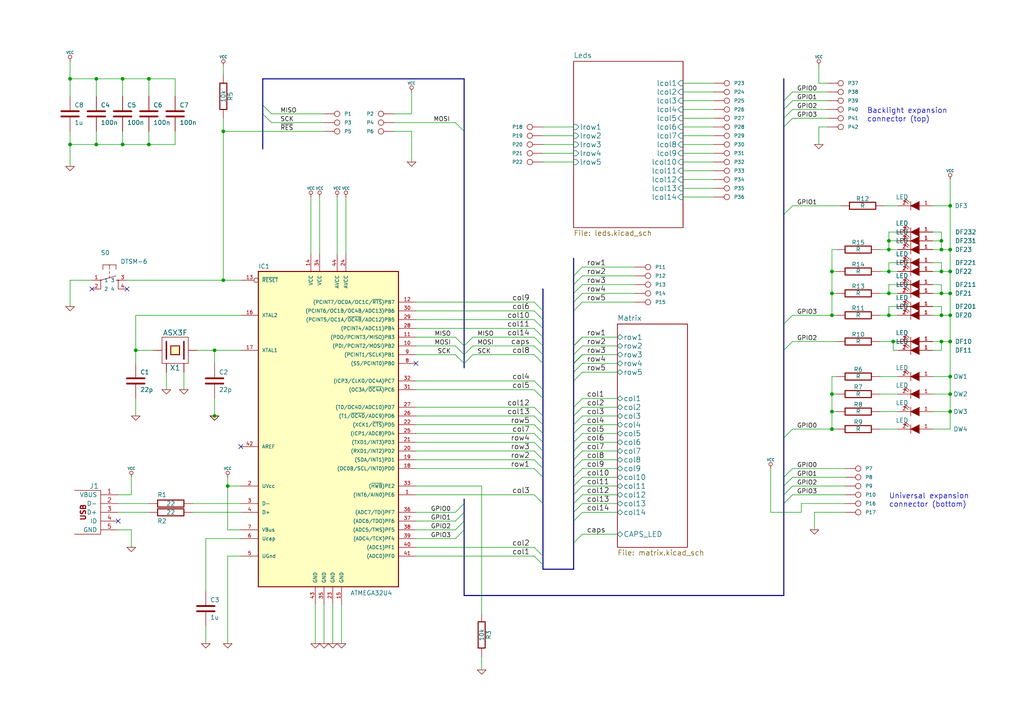
<source format=kicad_sch>
(kicad_sch (version 20211123) (generator eeschema)
  (paper "A4")
  (title_block (title "ukbdc - schematic") (date "17 jul 2013") (company "komar"))
  (junction (at 273.05 69.85))
  (junction (at 275.59 91.44))
  (junction (at 43.18 22.86))
  (junction (at 273.05 72.39))
  (junction (at 241.3 114.3))
  (junction (at 20.32 22.86))
  (junction (at 66.04 140.97))
  (junction (at 64.77 38.1))
  (junction (at 62.23 101.6))
  (junction (at 241.3 85.09))
  (junction (at 35.56 22.86))
  (junction (at 257.81 78.74))
  (junction (at 275.59 119.38))
  (junction (at 27.94 41.91))
  (junction (at 273.05 99.06))
  (junction (at 43.18 41.91))
  (junction (at 275.59 78.74))
  (junction (at 275.59 99.06))
  (junction (at 35.56 41.91))
  (junction (at 241.3 124.46))
  (junction (at 275.59 72.39))
  (junction (at 257.81 85.09))
  (junction (at 273.05 91.44))
  (junction (at 257.81 69.85))
  (junction (at 241.3 91.44))
  (junction (at 273.05 85.09))
  (junction (at 259.08 99.06))
  (junction (at 64.77 81.28))
  (junction (at 273.05 78.74))
  (junction (at 257.81 72.39))
  (junction (at 275.59 114.3))
  (junction (at 27.94 22.86))
  (junction (at 39.37 101.6))
  (junction (at 275.59 85.09))
  (junction (at 241.3 119.38))
  (junction (at 20.32 41.91))
  (junction (at 257.81 91.44))
  (junction (at 241.3 78.74))
  (junction (at 275.59 109.22))
  (junction (at 275.59 59.69))
  (junction (at 62.23 120.65))
  (no_connect (at 34.29 151.13))
  (no_connect (at 36.83 83.82))
  (no_connect (at 120.65 105.41))
  (no_connect (at 26.67 83.82))
  (no_connect (at 69.85 129.54))
  (bus_entry (at 166.37 87.63) (size 2.54 -2.54))
  (bus_entry (at 132.08 153.67) (size 2.54 -2.54))
  (bus_entry (at 166.37 82.55) (size 2.54 -2.54))
  (bus_entry (at 154.94 113.03) (size 2.54 2.54))
  (bus_entry (at 166.37 85.09) (size 2.54 -2.54))
  (bus_entry (at 154.94 128.27) (size 2.54 2.54))
  (bus_entry (at 154.94 92.71) (size 2.54 2.54))
  (bus_entry (at 166.37 143.51) (size 2.54 -2.54))
  (bus_entry (at 166.37 130.81) (size 2.54 -2.54))
  (bus_entry (at 227.33 101.6) (size 2.54 -2.54))
  (bus_entry (at 227.33 138.43) (size 2.54 -2.54))
  (bus_entry (at 132.08 156.21) (size 2.54 -2.54))
  (bus_entry (at 166.37 148.59) (size 2.54 -2.54))
  (bus_entry (at 154.94 125.73) (size 2.54 2.54))
  (bus_entry (at 132.08 97.79) (size 2.54 2.54))
  (bus_entry (at 227.33 29.21) (size 2.54 -2.54))
  (bus_entry (at 132.08 151.13) (size 2.54 -2.54))
  (bus_entry (at 166.37 146.05) (size 2.54 -2.54))
  (bus_entry (at 227.33 140.97) (size 2.54 -2.54))
  (bus_entry (at 227.33 34.29) (size 2.54 -2.54))
  (bus_entry (at 132.08 102.87) (size 2.54 2.54))
  (bus_entry (at 166.37 105.41) (size 2.54 -2.54))
  (bus_entry (at 227.33 127) (size 2.54 -2.54))
  (bus_entry (at 154.94 97.79) (size 2.54 2.54))
  (bus_entry (at 134.62 100.33) (size 2.54 -2.54))
  (bus_entry (at 166.37 157.48) (size 2.54 -2.54))
  (bus_entry (at 166.37 105.41) (size 2.54 -2.54))
  (bus_entry (at 166.37 140.97) (size 2.54 -2.54))
  (bus_entry (at 76.2 33.02) (size 2.54 2.54))
  (bus_entry (at 154.94 100.33) (size 2.54 2.54))
  (bus_entry (at 227.33 143.51) (size 2.54 -2.54))
  (bus_entry (at 154.94 87.63) (size 2.54 2.54))
  (bus_entry (at 227.33 146.05) (size 2.54 -2.54))
  (bus_entry (at 154.94 102.87) (size 2.54 2.54))
  (bus_entry (at 166.37 100.33) (size 2.54 -2.54))
  (bus_entry (at 166.37 120.65) (size 2.54 -2.54))
  (bus_entry (at 154.94 161.29) (size 2.54 2.54))
  (bus_entry (at 227.33 93.98) (size 2.54 -2.54))
  (bus_entry (at 166.37 90.17) (size 2.54 -2.54))
  (bus_entry (at 166.37 105.41) (size 2.54 -2.54))
  (bus_entry (at 154.94 133.35) (size 2.54 2.54))
  (bus_entry (at 166.37 125.73) (size 2.54 -2.54))
  (bus_entry (at 227.33 31.75) (size 2.54 -2.54))
  (bus_entry (at 166.37 151.13) (size 2.54 -2.54))
  (bus_entry (at 166.37 123.19) (size 2.54 -2.54))
  (bus_entry (at 166.37 138.43) (size 2.54 -2.54))
  (bus_entry (at 134.62 105.41) (size 2.54 -2.54))
  (bus_entry (at 132.08 35.56) (size 2.54 2.54))
  (bus_entry (at 132.08 100.33) (size 2.54 2.54))
  (bus_entry (at 166.37 135.89) (size 2.54 -2.54))
  (bus_entry (at 154.94 130.81) (size 2.54 2.54))
  (bus_entry (at 154.94 95.25) (size 2.54 2.54))
  (bus_entry (at 154.94 110.49) (size 2.54 2.54))
  (bus_entry (at 166.37 128.27) (size 2.54 -2.54))
  (bus_entry (at 154.94 135.89) (size 2.54 2.54))
  (bus_entry (at 154.94 120.65) (size 2.54 2.54))
  (bus_entry (at 227.33 36.83) (size 2.54 -2.54))
  (bus_entry (at 132.08 148.59) (size 2.54 -2.54))
  (bus_entry (at 166.37 100.33) (size 2.54 -2.54))
  (bus_entry (at 134.62 102.87) (size 2.54 -2.54))
  (bus_entry (at 154.94 90.17) (size 2.54 2.54))
  (bus_entry (at 154.94 143.51) (size 2.54 2.54))
  (bus_entry (at 166.37 118.11) (size 2.54 -2.54))
  (bus_entry (at 154.94 123.19) (size 2.54 2.54))
  (bus_entry (at 76.2 30.48) (size 2.54 2.54))
  (bus_entry (at 166.37 107.95) (size 2.54 -2.54))
  (bus_entry (at 166.37 110.49) (size 2.54 -2.54))
  (bus_entry (at 154.94 158.75) (size 2.54 2.54))
  (bus_entry (at 166.37 133.35) (size 2.54 -2.54))
  (bus_entry (at 166.37 80.01) (size 2.54 -2.54))
  (bus_entry (at 227.33 62.23) (size 2.54 -2.54))
  (bus_entry (at 166.37 102.87) (size 2.54 -2.54))
  (bus_entry (at 154.94 118.11) (size 2.54 2.54))
  (wire (pts (xy 38.1 143.51) (xy 34.29 143.51)))
  (bus (pts (xy 166.37 102.87) (xy 166.37 105.41)))
  (wire (pts (xy 168.91 120.65) (xy 179.07 120.65)))
  (bus (pts (xy 166.37 135.89) (xy 166.37 138.43)))
  (wire (pts (xy 241.3 114.3) (xy 241.3 119.38)))
  (wire (pts (xy 78.74 35.56) (xy 93.98 35.56)))
  (wire (pts (xy 241.3 72.39) (xy 241.3 78.74)))
  (wire (pts (xy 236.22 148.59) (xy 236.22 153.67)))
  (wire (pts (xy 154.94 102.87) (xy 137.16 102.87)))
  (wire (pts (xy 207.01 57.15) (xy 198.12 57.15)))
  (bus (pts (xy 227.33 143.51) (xy 227.33 146.05)))
  (wire (pts (xy 20.32 22.86) (xy 20.32 27.94)))
  (wire (pts (xy 55.88 146.05) (xy 69.85 146.05)))
  (wire (pts (xy 223.52 135.89) (xy 223.52 148.59)))
  (wire (pts (xy 20.32 41.91) (xy 27.94 41.91)))
  (wire (pts (xy 168.91 154.94) (xy 179.07 154.94)))
  (wire (pts (xy 120.65 143.51) (xy 154.94 143.51)))
  (wire (pts (xy 120.65 158.75) (xy 154.94 158.75)))
  (wire (pts (xy 256.54 59.69) (xy 260.35 59.69)))
  (wire (pts (xy 27.94 41.91) (xy 35.56 41.91)))
  (wire (pts (xy 229.87 124.46) (xy 241.3 124.46)))
  (wire (pts (xy 179.07 105.41) (xy 168.91 105.41)))
  (wire (pts (xy 257.81 78.74) (xy 260.35 78.74)))
  (wire (pts (xy 179.07 143.51) (xy 168.91 143.51)))
  (wire (pts (xy 257.81 82.55) (xy 260.35 82.55)))
  (wire (pts (xy 99.06 175.26) (xy 99.06 186.69)))
  (wire (pts (xy 154.94 90.17) (xy 120.65 90.17)))
  (wire (pts (xy 275.59 52.07) (xy 275.59 59.69)))
  (wire (pts (xy 66.04 161.29) (xy 66.04 186.69)))
  (wire (pts (xy 43.18 41.91) (xy 50.8 41.91)))
  (wire (pts (xy 69.85 91.44) (xy 39.37 91.44)))
  (bus (pts (xy 227.33 138.43) (xy 227.33 140.97)))
  (wire (pts (xy 273.05 76.2) (xy 273.05 78.74)))
  (wire (pts (xy 36.83 81.28) (xy 64.77 81.28)))
  (wire (pts (xy 257.81 69.85) (xy 260.35 69.85)))
  (wire (pts (xy 275.59 109.22) (xy 270.51 109.22)))
  (wire (pts (xy 120.65 140.97) (xy 139.7 140.97)))
  (bus (pts (xy 134.62 22.86) (xy 134.62 38.1)))
  (bus (pts (xy 157.48 163.83) (xy 157.48 161.29)))
  (wire (pts (xy 157.48 46.99) (xy 166.37 46.99)))
  (wire (pts (xy 137.16 97.79) (xy 154.94 97.79)))
  (bus (pts (xy 166.37 82.55) (xy 166.37 85.09)))
  (wire (pts (xy 168.91 138.43) (xy 179.07 138.43)))
  (wire (pts (xy 240.03 31.75) (xy 229.87 31.75)))
  (wire (pts (xy 241.3 85.09) (xy 242.57 85.09)))
  (wire (pts (xy 237.49 19.05) (xy 237.49 24.13)))
  (wire (pts (xy 66.04 138.43) (xy 66.04 140.97)))
  (wire (pts (xy 55.88 148.59) (xy 69.85 148.59)))
  (wire (pts (xy 275.59 124.46) (xy 270.51 124.46)))
  (wire (pts (xy 168.91 85.09) (xy 184.15 85.09)))
  (wire (pts (xy 260.35 101.6) (xy 259.08 101.6)))
  (wire (pts (xy 270.51 88.9) (xy 273.05 88.9)))
  (wire (pts (xy 119.38 33.02) (xy 119.38 26.67)))
  (wire (pts (xy 120.65 148.59) (xy 132.08 148.59)))
  (wire (pts (xy 232.41 148.59) (xy 232.41 146.05)))
  (wire (pts (xy 120.65 123.19) (xy 154.94 123.19)))
  (bus (pts (xy 157.48 113.03) (xy 157.48 105.41)))
  (bus (pts (xy 157.48 92.71) (xy 157.48 90.17)))
  (wire (pts (xy 20.32 38.1) (xy 20.32 41.91)))
  (wire (pts (xy 66.04 153.67) (xy 69.85 153.67)))
  (wire (pts (xy 62.23 115.57) (xy 62.23 120.65)))
  (wire (pts (xy 241.3 109.22) (xy 242.57 109.22)))
  (wire (pts (xy 57.15 101.6) (xy 62.23 101.6)))
  (bus (pts (xy 157.48 120.65) (xy 157.48 115.57)))
  (wire (pts (xy 184.15 80.01) (xy 168.91 80.01)))
  (bus (pts (xy 134.62 146.05) (xy 134.62 148.59)))
  (wire (pts (xy 241.3 78.74) (xy 241.3 85.09)))
  (wire (pts (xy 241.3 119.38) (xy 242.57 119.38)))
  (bus (pts (xy 166.37 165.1) (xy 157.48 165.1)))
  (bus (pts (xy 157.48 130.81) (xy 157.48 128.27)))
  (wire (pts (xy 120.65 110.49) (xy 154.94 110.49)))
  (wire (pts (xy 39.37 115.57) (xy 39.37 120.65)))
  (wire (pts (xy 20.32 22.86) (xy 27.94 22.86)))
  (wire (pts (xy 78.74 33.02) (xy 93.98 33.02)))
  (bus (pts (xy 157.48 123.19) (xy 157.48 120.65)))
  (wire (pts (xy 64.77 19.05) (xy 64.77 21.59)))
  (bus (pts (xy 157.48 100.33) (xy 157.48 97.79)))
  (wire (pts (xy 270.51 76.2) (xy 273.05 76.2)))
  (wire (pts (xy 198.12 39.37) (xy 207.01 39.37)))
  (wire (pts (xy 275.59 109.22) (xy 275.59 114.3)))
  (wire (pts (xy 270.51 59.69) (xy 275.59 59.69)))
  (bus (pts (xy 166.37 157.48) (xy 166.37 165.1)))
  (wire (pts (xy 35.56 22.86) (xy 43.18 22.86)))
  (wire (pts (xy 229.87 59.69) (xy 243.84 59.69)))
  (wire (pts (xy 43.18 41.91) (xy 43.18 38.1)))
  (bus (pts (xy 134.62 153.67) (xy 134.62 172.72)))
  (bus (pts (xy 157.48 125.73) (xy 157.48 123.19)))
  (bus (pts (xy 227.33 140.97) (xy 227.33 143.51)))
  (wire (pts (xy 241.3 109.22) (xy 241.3 114.3)))
  (bus (pts (xy 227.33 127) (xy 227.33 138.43)))
  (wire (pts (xy 168.91 97.79) (xy 179.07 97.79)))
  (wire (pts (xy 69.85 161.29) (xy 66.04 161.29)))
  (bus (pts (xy 166.37 123.19) (xy 166.37 125.73)))
  (wire (pts (xy 241.3 124.46) (xy 242.57 124.46)))
  (bus (pts (xy 166.37 125.73) (xy 166.37 128.27)))
  (bus (pts (xy 134.62 38.1) (xy 134.62 100.33)))
  (bus (pts (xy 166.37 120.65) (xy 166.37 123.19)))
  (wire (pts (xy 273.05 78.74) (xy 270.51 78.74)))
  (wire (pts (xy 91.44 175.26) (xy 91.44 186.69)))
  (bus (pts (xy 157.48 133.35) (xy 157.48 130.81)))
  (wire (pts (xy 245.11 138.43) (xy 229.87 138.43)))
  (wire (pts (xy 275.59 85.09) (xy 273.05 85.09)))
  (wire (pts (xy 275.59 114.3) (xy 275.59 119.38)))
  (wire (pts (xy 38.1 138.43) (xy 38.1 143.51)))
  (wire (pts (xy 207.01 46.99) (xy 198.12 46.99)))
  (bus (pts (xy 76.2 22.86) (xy 134.62 22.86)))
  (wire (pts (xy 38.1 153.67) (xy 38.1 158.75)))
  (wire (pts (xy 168.91 146.05) (xy 179.07 146.05)))
  (wire (pts (xy 90.17 57.15) (xy 90.17 73.66)))
  (wire (pts (xy 139.7 140.97) (xy 139.7 177.8)))
  (wire (pts (xy 43.18 22.86) (xy 50.8 22.86)))
  (wire (pts (xy 120.65 97.79) (xy 132.08 97.79)))
  (wire (pts (xy 120.65 102.87) (xy 132.08 102.87)))
  (wire (pts (xy 100.33 73.66) (xy 100.33 57.15)))
  (wire (pts (xy 275.59 85.09) (xy 275.59 91.44)))
  (wire (pts (xy 241.3 85.09) (xy 241.3 91.44)))
  (wire (pts (xy 229.87 99.06) (xy 242.57 99.06)))
  (bus (pts (xy 166.37 148.59) (xy 166.37 151.13)))
  (wire (pts (xy 270.51 69.85) (xy 273.05 69.85)))
  (bus (pts (xy 166.37 118.11) (xy 166.37 120.65)))
  (wire (pts (xy 255.27 78.74) (xy 257.81 78.74)))
  (wire (pts (xy 198.12 34.29) (xy 207.01 34.29)))
  (wire (pts (xy 257.81 85.09) (xy 257.81 82.55)))
  (wire (pts (xy 20.32 41.91) (xy 20.32 48.26)))
  (wire (pts (xy 34.29 146.05) (xy 43.18 146.05)))
  (wire (pts (xy 257.81 78.74) (xy 257.81 76.2)))
  (wire (pts (xy 120.65 92.71) (xy 154.94 92.71)))
  (wire (pts (xy 257.81 72.39) (xy 260.35 72.39)))
  (wire (pts (xy 229.87 34.29) (xy 240.03 34.29)))
  (wire (pts (xy 39.37 101.6) (xy 39.37 105.41)))
  (bus (pts (xy 227.33 101.6) (xy 227.33 127)))
  (wire (pts (xy 179.07 123.19) (xy 168.91 123.19)))
  (wire (pts (xy 66.04 140.97) (xy 66.04 153.67)))
  (wire (pts (xy 120.65 161.29) (xy 154.94 161.29)))
  (wire (pts (xy 157.48 41.91) (xy 166.37 41.91)))
  (wire (pts (xy 275.59 78.74) (xy 273.05 78.74)))
  (wire (pts (xy 139.7 194.31) (xy 139.7 190.5)))
  (wire (pts (xy 273.05 99.06) (xy 270.51 99.06)))
  (wire (pts (xy 257.81 69.85) (xy 257.81 72.39)))
  (wire (pts (xy 275.59 119.38) (xy 270.51 119.38)))
  (bus (pts (xy 166.37 110.49) (xy 166.37 118.11)))
  (wire (pts (xy 119.38 46.99) (xy 119.38 38.1)))
  (wire (pts (xy 257.81 91.44) (xy 260.35 91.44)))
  (wire (pts (xy 255.27 85.09) (xy 257.81 85.09)))
  (wire (pts (xy 237.49 36.83) (xy 240.03 36.83)))
  (wire (pts (xy 241.3 91.44) (xy 242.57 91.44)))
  (bus (pts (xy 227.33 172.72) (xy 134.62 172.72)))
  (wire (pts (xy 207.01 26.67) (xy 198.12 26.67)))
  (wire (pts (xy 132.08 35.56) (xy 114.3 35.56)))
  (wire (pts (xy 50.8 22.86) (xy 50.8 27.94)))
  (wire (pts (xy 275.59 72.39) (xy 273.05 72.39)))
  (wire (pts (xy 273.05 72.39) (xy 270.51 72.39)))
  (wire (pts (xy 255.27 99.06) (xy 259.08 99.06)))
  (wire (pts (xy 273.05 82.55) (xy 273.05 85.09)))
  (wire (pts (xy 275.59 99.06) (xy 275.59 109.22)))
  (wire (pts (xy 114.3 33.02) (xy 119.38 33.02)))
  (bus (pts (xy 166.37 133.35) (xy 166.37 135.89)))
  (bus (pts (xy 157.48 135.89) (xy 157.48 133.35)))
  (wire (pts (xy 241.3 119.38) (xy 241.3 124.46)))
  (wire (pts (xy 20.32 81.28) (xy 26.67 81.28)))
  (wire (pts (xy 270.51 101.6) (xy 273.05 101.6)))
  (bus (pts (xy 76.2 33.02) (xy 76.2 43.18)))
  (wire (pts (xy 168.91 102.87) (xy 179.07 102.87)))
  (wire (pts (xy 255.27 91.44) (xy 257.81 91.44)))
  (bus (pts (xy 134.62 105.41) (xy 134.62 106.68)))
  (wire (pts (xy 229.87 140.97) (xy 245.11 140.97)))
  (wire (pts (xy 154.94 95.25) (xy 120.65 95.25)))
  (bus (pts (xy 166.37 87.63) (xy 166.37 90.17)))
  (wire (pts (xy 62.23 105.41) (xy 62.23 101.6)))
  (wire (pts (xy 59.69 156.21) (xy 59.69 171.45)))
  (bus (pts (xy 134.62 144.78) (xy 134.62 146.05)))
  (wire (pts (xy 237.49 36.83) (xy 237.49 41.91)))
  (wire (pts (xy 34.29 148.59) (xy 43.18 148.59)))
  (bus (pts (xy 76.2 30.48) (xy 76.2 33.02)))
  (wire (pts (xy 120.65 100.33) (xy 132.08 100.33)))
  (wire (pts (xy 132.08 153.67) (xy 120.65 153.67)))
  (bus (pts (xy 134.62 100.33) (xy 134.62 102.87)))
  (wire (pts (xy 120.65 87.63) (xy 154.94 87.63)))
  (bus (pts (xy 166.37 100.33) (xy 166.37 102.87)))
  (wire (pts (xy 120.65 128.27) (xy 154.94 128.27)))
  (wire (pts (xy 179.07 100.33) (xy 168.91 100.33)))
  (wire (pts (xy 44.45 101.6) (xy 39.37 101.6)))
  (wire (pts (xy 69.85 156.21) (xy 59.69 156.21)))
  (wire (pts (xy 27.94 38.1) (xy 27.94 41.91)))
  (wire (pts (xy 59.69 181.61) (xy 59.69 186.69)))
  (wire (pts (xy 275.59 119.38) (xy 275.59 124.46)))
  (bus (pts (xy 166.37 105.41) (xy 166.37 107.95)))
  (wire (pts (xy 273.05 91.44) (xy 270.51 91.44)))
  (wire (pts (xy 257.81 67.31) (xy 257.81 69.85)))
  (wire (pts (xy 53.34 107.95) (xy 53.34 113.03)))
  (bus (pts (xy 227.33 31.75) (xy 227.33 34.29)))
  (wire (pts (xy 34.29 153.67) (xy 38.1 153.67)))
  (wire (pts (xy 120.65 133.35) (xy 154.94 133.35)))
  (wire (pts (xy 229.87 29.21) (xy 240.03 29.21)))
  (wire (pts (xy 64.77 81.28) (xy 69.85 81.28)))
  (wire (pts (xy 255.27 72.39) (xy 257.81 72.39)))
  (wire (pts (xy 168.91 77.47) (xy 184.15 77.47)))
  (wire (pts (xy 179.07 140.97) (xy 168.91 140.97)))
  (wire (pts (xy 273.05 88.9) (xy 273.05 91.44)))
  (wire (pts (xy 259.08 101.6) (xy 259.08 99.06)))
  (wire (pts (xy 245.11 143.51) (xy 229.87 143.51)))
  (bus (pts (xy 166.37 107.95) (xy 166.37 110.49)))
  (wire (pts (xy 64.77 34.29) (xy 64.77 38.1)))
  (bus (pts (xy 166.37 143.51) (xy 166.37 146.05)))
  (wire (pts (xy 229.87 91.44) (xy 241.3 91.44)))
  (wire (pts (xy 168.91 135.89) (xy 179.07 135.89)))
  (wire (pts (xy 179.07 118.11) (xy 168.91 118.11)))
  (wire (pts (xy 20.32 88.9) (xy 20.32 81.28)))
  (bus (pts (xy 157.48 115.57) (xy 157.48 113.03)))
  (wire (pts (xy 43.18 22.86) (xy 43.18 27.94)))
  (wire (pts (xy 259.08 99.06) (xy 260.35 99.06)))
  (wire (pts (xy 198.12 54.61) (xy 207.01 54.61)))
  (wire (pts (xy 207.01 41.91) (xy 198.12 41.91)))
  (wire (pts (xy 69.85 140.97) (xy 66.04 140.97)))
  (wire (pts (xy 245.11 148.59) (xy 236.22 148.59)))
  (wire (pts (xy 39.37 91.44) (xy 39.37 101.6)))
  (wire (pts (xy 198.12 29.21) (xy 207.01 29.21)))
  (wire (pts (xy 240.03 26.67) (xy 229.87 26.67)))
  (wire (pts (xy 275.59 72.39) (xy 275.59 78.74)))
  (bus (pts (xy 166.37 130.81) (xy 166.37 133.35)))
  (wire (pts (xy 119.38 38.1) (xy 114.3 38.1)))
  (wire (pts (xy 273.05 101.6) (xy 273.05 99.06)))
  (wire (pts (xy 273.05 69.85) (xy 273.05 72.39)))
  (wire (pts (xy 257.81 91.44) (xy 257.81 88.9)))
  (wire (pts (xy 229.87 135.89) (xy 245.11 135.89)))
  (wire (pts (xy 207.01 36.83) (xy 198.12 36.83)))
  (wire (pts (xy 154.94 100.33) (xy 137.16 100.33)))
  (bus (pts (xy 227.33 34.29) (xy 227.33 36.83)))
  (wire (pts (xy 241.3 72.39) (xy 242.57 72.39)))
  (wire (pts (xy 275.59 59.69) (xy 275.59 72.39)))
  (wire (pts (xy 154.94 130.81) (xy 120.65 130.81)))
  (wire (pts (xy 275.59 78.74) (xy 275.59 85.09)))
  (wire (pts (xy 257.81 85.09) (xy 260.35 85.09)))
  (wire (pts (xy 48.26 107.95) (xy 48.26 113.03)))
  (bus (pts (xy 157.48 128.27) (xy 157.48 125.73)))
  (wire (pts (xy 241.3 114.3) (xy 242.57 114.3)))
  (wire (pts (xy 166.37 39.37) (xy 157.48 39.37)))
  (wire (pts (xy 270.51 82.55) (xy 273.05 82.55)))
  (wire (pts (xy 237.49 24.13) (xy 240.03 24.13)))
  (bus (pts (xy 166.37 128.27) (xy 166.37 130.81)))
  (wire (pts (xy 275.59 114.3) (xy 270.51 114.3)))
  (bus (pts (xy 166.37 74.93) (xy 166.37 80.01)))
  (wire (pts (xy 207.01 31.75) (xy 198.12 31.75)))
  (wire (pts (xy 198.12 24.13) (xy 207.01 24.13)))
  (bus (pts (xy 166.37 85.09) (xy 166.37 87.63)))
  (wire (pts (xy 154.94 125.73) (xy 120.65 125.73)))
  (wire (pts (xy 255.27 124.46) (xy 260.35 124.46)))
  (bus (pts (xy 157.48 165.1) (xy 157.48 163.83)))
  (bus (pts (xy 166.37 90.17) (xy 166.37 100.33)))
  (wire (pts (xy 232.41 146.05) (xy 245.11 146.05)))
  (bus (pts (xy 166.37 146.05) (xy 166.37 148.59)))
  (wire (pts (xy 168.91 107.95) (xy 179.07 107.95)))
  (wire (pts (xy 168.91 148.59) (xy 179.07 148.59)))
  (bus (pts (xy 76.2 22.86) (xy 76.2 30.48)))
  (wire (pts (xy 120.65 118.11) (xy 154.94 118.11)))
  (wire (pts (xy 198.12 49.53) (xy 207.01 49.53)))
  (bus (pts (xy 166.37 138.43) (xy 166.37 140.97)))
  (wire (pts (xy 166.37 44.45) (xy 157.48 44.45)))
  (wire (pts (xy 257.81 88.9) (xy 260.35 88.9)))
  (wire (pts (xy 168.91 130.81) (xy 179.07 130.81)))
  (wire (pts (xy 255.27 119.38) (xy 260.35 119.38)))
  (wire (pts (xy 93.98 175.26) (xy 93.98 186.69)))
  (bus (pts (xy 227.33 146.05) (xy 227.33 172.72)))
  (wire (pts (xy 179.07 128.27) (xy 168.91 128.27)))
  (wire (pts (xy 168.91 82.55) (xy 184.15 82.55)))
  (bus (pts (xy 134.62 151.13) (xy 134.62 153.67)))
  (wire (pts (xy 255.27 109.22) (xy 260.35 109.22)))
  (bus (pts (xy 166.37 151.13) (xy 166.37 157.48)))
  (wire (pts (xy 27.94 22.86) (xy 35.56 22.86)))
  (wire (pts (xy 35.56 22.86) (xy 35.56 27.94)))
  (wire (pts (xy 255.27 114.3) (xy 260.35 114.3)))
  (wire (pts (xy 62.23 101.6) (xy 69.85 101.6)))
  (wire (pts (xy 168.91 125.73) (xy 179.07 125.73)))
  (bus (pts (xy 157.48 95.25) (xy 157.48 92.71)))
  (bus (pts (xy 157.48 102.87) (xy 157.48 100.33)))
  (wire (pts (xy 154.94 120.65) (xy 120.65 120.65)))
  (bus (pts (xy 227.33 62.23) (xy 227.33 93.98)))
  (bus (pts (xy 157.48 138.43) (xy 157.48 135.89)))
  (bus (pts (xy 166.37 80.01) (xy 166.37 82.55)))
  (wire (pts (xy 132.08 156.21) (xy 120.65 156.21)))
  (wire (pts (xy 275.59 91.44) (xy 275.59 99.06)))
  (wire (pts (xy 273.05 67.31) (xy 273.05 69.85)))
  (wire (pts (xy 257.81 67.31) (xy 260.35 67.31)))
  (wire (pts (xy 97.79 57.15) (xy 97.79 73.66)))
  (wire (pts (xy 92.71 73.66) (xy 92.71 57.15)))
  (wire (pts (xy 35.56 41.91) (xy 35.56 38.1)))
  (bus (pts (xy 227.33 93.98) (xy 227.33 101.6)))
  (wire (pts (xy 64.77 38.1) (xy 64.77 81.28)))
  (wire (pts (xy 179.07 133.35) (xy 168.91 133.35)))
  (bus (pts (xy 157.48 161.29) (xy 157.48 146.05)))
  (bus (pts (xy 157.48 97.79) (xy 157.48 95.25)))
  (bus (pts (xy 157.48 105.41) (xy 157.48 102.87)))
  (wire (pts (xy 120.65 113.03) (xy 154.94 113.03)))
  (wire (pts (xy 35.56 41.91) (xy 43.18 41.91)))
  (wire (pts (xy 223.52 148.59) (xy 232.41 148.59)))
  (wire (pts (xy 154.94 135.89) (xy 120.65 135.89)))
  (wire (pts (xy 184.15 87.63) (xy 168.91 87.63)))
  (bus (pts (xy 227.33 22.86) (xy 227.33 29.21)))
  (wire (pts (xy 157.48 36.83) (xy 166.37 36.83)))
  (bus (pts (xy 227.33 29.21) (xy 227.33 31.75)))
  (wire (pts (xy 275.59 91.44) (xy 273.05 91.44)))
  (wire (pts (xy 96.52 175.26) (xy 96.52 186.69)))
  (wire (pts (xy 168.91 115.57) (xy 179.07 115.57)))
  (wire (pts (xy 270.51 67.31) (xy 273.05 67.31)))
  (bus (pts (xy 134.62 102.87) (xy 134.62 105.41)))
  (wire (pts (xy 207.01 52.07) (xy 198.12 52.07)))
  (wire (pts (xy 20.32 17.78) (xy 20.32 22.86)))
  (bus (pts (xy 227.33 36.83) (xy 227.33 62.23)))
  (bus (pts (xy 157.48 146.05) (xy 157.48 138.43)))
  (wire (pts (xy 50.8 41.91) (xy 50.8 38.1)))
  (wire (pts (xy 241.3 78.74) (xy 242.57 78.74)))
  (wire (pts (xy 132.08 151.13) (xy 120.65 151.13)))
  (bus (pts (xy 166.37 140.97) (xy 166.37 143.51)))
  (bus (pts (xy 157.48 90.17) (xy 157.48 83.82)))
  (wire (pts (xy 275.59 99.06) (xy 273.05 99.06)))
  (wire (pts (xy 198.12 44.45) (xy 207.01 44.45)))
  (bus (pts (xy 134.62 148.59) (xy 134.62 151.13)))
  (wire (pts (xy 27.94 22.86) (xy 27.94 27.94)))
  (wire (pts (xy 93.98 38.1) (xy 64.77 38.1)))
  (wire (pts (xy 257.81 76.2) (xy 260.35 76.2)))
  (wire (pts (xy 273.05 85.09) (xy 270.51 85.09)))
  (text "Universal expansion\nconnector (bottom)" (at 257.81 147.32 0) (effects (font (size 1.524 1.524)) (justify left bottom)))
  (text "Backlight expansion\nconnector (top)" (at 251.46 35.56 0) (effects (font (size 1.524 1.524)) (justify left bottom)))
  (label "~{RES}" (at 81.28 38.1 0))
  (label "caps" (at 170.18 154.94 0) (effects (font (size 1.524 1.524))))
  (label "MISO" (at 138.43 97.79 0))
  (label "GPIO2" (at 231.14 31.75 0))
  (label "row5" (at 170.18 87.63 0) (effects (font (size 1.524 1.524))))
  (label "col9" (at 153.67 87.63 180) (effects (font (size 1.524 1.524))))
  (label "MOSI" (at 138.43 100.33 0))
  (label "row5" (at 153.67 123.19 180) (effects (font (size 1.524 1.524))))
  (label "GPIO3" (at 130.81 156.21 180))
  (label "col12" (at 153.67 118.11 180) (effects (font (size 1.524 1.524))))
  (label "row2" (at 153.67 133.35 180) (effects (font (size 1.524 1.524))))
  (label "SCK" (at 138.43 102.87 0))
  (label "GPIO1" (at 231.14 59.69 0))
  (label "row4" (at 170.18 85.09 0) (effects (font (size 1.524 1.524))))
  (label "SCK" (at 81.28 35.56 0))
  (label "col2" (at 170.18 118.11 0) (effects (font (size 1.524 1.524))))
  (label "GPIO0" (at 231.14 135.89 0))
  (label "col8" (at 153.67 102.87 180) (effects (font (size 1.524 1.524))))
  (label "col5" (at 170.18 125.73 0) (effects (font (size 1.524 1.524))))
  (label "col2" (at 153.67 158.75 180) (effects (font (size 1.524 1.524))))
  (label "col7" (at 153.67 125.73 180) (effects (font (size 1.524 1.524))))
  (label "row4" (at 153.67 128.27 180) (effects (font (size 1.524 1.524))))
  (label "GPIO3" (at 231.14 34.29 0))
  (label "GPIO1" (at 231.14 138.43 0))
  (label "GPIO2" (at 130.81 153.67 180))
  (label "col8" (at 170.18 133.35 0) (effects (font (size 1.524 1.524))))
  (label "col3" (at 153.67 143.51 180) (effects (font (size 1.524 1.524))))
  (label "GPIO0" (at 231.14 26.67 0))
  (label "GPIO2" (at 231.14 140.97 0))
  (label "row1" (at 153.67 135.89 180) (effects (font (size 1.524 1.524))))
  (label "GPIO0" (at 231.14 124.46 0))
  (label "row2" (at 170.18 80.01 0) (effects (font (size 1.524 1.524))))
  (label "caps" (at 153.67 100.33 180) (effects (font (size 1.524 1.524))))
  (label "row4" (at 170.18 105.41 0) (effects (font (size 1.524 1.524))))
  (label "MISO" (at 130.81 97.79 180))
  (label "col9" (at 170.18 135.89 0) (effects (font (size 1.524 1.524))))
  (label "col3" (at 170.18 120.65 0) (effects (font (size 1.524 1.524))))
  (label "row3" (at 170.18 82.55 0) (effects (font (size 1.524 1.524))))
  (label "col5" (at 153.67 113.03 180) (effects (font (size 1.524 1.524))))
  (label "col1" (at 153.67 161.29 180) (effects (font (size 1.524 1.524))))
  (label "row1" (at 170.18 97.79 0) (effects (font (size 1.524 1.524))))
  (label "col4" (at 170.18 123.19 0) (effects (font (size 1.524 1.524))))
  (label "GPIO3" (at 231.14 91.44 0))
  (label "col11" (at 153.67 95.25 180) (effects (font (size 1.524 1.524))))
  (label "col6" (at 153.67 90.17 180) (effects (font (size 1.524 1.524))))
  (label "MOSI" (at 130.81 100.33 180))
  (label "GPIO1" (at 231.14 29.21 0))
  (label "col6" (at 170.18 128.27 0) (effects (font (size 1.524 1.524))))
  (label "col10" (at 153.67 92.71 180) (effects (font (size 1.524 1.524))))
  (label "col1" (at 170.18 115.57 0) (effects (font (size 1.524 1.524))))
  (label "GPIO2" (at 231.14 99.06 0))
  (label "col10" (at 170.18 138.43 0) (effects (font (size 1.524 1.524))))
  (label "col11" (at 170.18 140.97 0) (effects (font (size 1.524 1.524))))
  (label "col14" (at 170.18 148.59 0) (effects (font (size 1.524 1.524))))
  (label "col13" (at 170.18 146.05 0) (effects (font (size 1.524 1.524))))
  (label "MISO" (at 81.28 33.02 0))
  (label "col7" (at 170.18 130.81 0) (effects (font (size 1.524 1.524))))
  (label "row2" (at 170.18 100.33 0) (effects (font (size 1.524 1.524))))
  (label "row3" (at 170.18 102.87 0) (effects (font (size 1.524 1.524))))
  (label "col13" (at 153.67 120.65 180) (effects (font (size 1.524 1.524))))
  (label "row1" (at 170.18 77.47 0) (effects (font (size 1.524 1.524))))
  (label "GPIO0" (at 130.81 148.59 180))
  (label "col14" (at 153.67 97.79 180) (effects (font (size 1.524 1.524))))
  (label "row3" (at 153.67 130.81 180) (effects (font (size 1.524 1.524))))
  (label "SCK" (at 130.81 102.87 180))
  (label "col4" (at 153.67 110.49 180) (effects (font (size 1.524 1.524))))
  (label "col12" (at 170.18 143.51 0) (effects (font (size 1.524 1.524))))
  (label "GPIO1" (at 130.81 151.13 180))
  (label "GPIO3" (at 231.14 143.51 0))
  (label "row5" (at 170.18 107.95 0) (effects (font (size 1.524 1.524))))
  (label "MOSI" (at 125.73 35.56 0))
  (symbol (lib_id "atmega32u4:ATMEGA32U4") (at 95.25 124.46 0) (unit 1)
    (property "Reference" "IC1" (at 74.93 77.978 0) (effects (justify left bottom)))
    (property "Value" "ATMEGA32U4" (at 101.6 172.72 0) (effects (justify left bottom)))
    (property "Footprint" "tqfp:TQFP44" (effects hide))
    (property "Datasheet" "http://www.atmel.com/dyn/resources/prod_documents/doc7766.pdf" (effects hide))
    (property "Vendor" "Atmel" (effects hide))
    (property "Product" "ATmega32U4-AU" (effects hide))
    (property "Supplier" "DigiKey" (effects hide))
    (property "Supplier Symbol" "ATMEGA32U4-AU-ND" (effects hide))
  )
  (symbol (lib_id "device:C") (at 39.37 110.49 0) (unit 1)
    (property "Reference" "C1" (at 40.64 107.95 0) (effects (justify left)))
    (property "Value" "22p" (at 40.64 113.03 0) (effects (justify left)))
    (property "Footprint" "0805:0805C" (effects hide))
    (property "Datasheet" "http://www.tme.eu/pl/Document/7da762c1dbaf553c64ad9c40d3603826/mlcc_samsung.pdf" (effects hide))
    (property "Vendor" "Samsung" (effects hide))
    (property "Product" "CL21C220JBANNNC" (effects hide))
    (property "Supplier" "TME" (effects hide))
    (property "Supplier Symbol" "CL21C220JBANNNC" (effects hide))
  )
  (symbol (lib_id "device:C") (at 62.23 110.49 0) (unit 1)
    (property "Reference" "C2" (at 63.5 107.95 0) (effects (justify left)))
    (property "Value" "22p" (at 63.5 113.03 0) (effects (justify left)))
    (property "Footprint" "0805:0805C" (effects hide))
    (property "Datasheet" "http://www.tme.eu/pl/Document/7da762c1dbaf553c64ad9c40d3603826/mlcc_samsung.pdf" (effects hide))
    (property "Vendor" "Samsung" (effects hide))
    (property "Product" "CL21C220JBANNNC" (effects hide))
    (property "Supplier" "TME" (effects hide))
    (property "Supplier Symbol" "CL21C220JBANNNC" (effects hide))
  )
  (symbol (lib_id "power1:GND") (at 62.23 120.65 0) (unit 1)
    (property "Reference" "#PWR025" (effects hide))
    (property "Value" "GND" (effects hide))
  )
  (symbol (lib_id "power1:GND") (at 62.23 120.65 0) (unit 1)
    (property "Reference" "#PWR024" (effects hide))
    (property "Value" "GND" (effects hide))
  )
  (symbol (lib_id "power1:GND") (at 39.37 120.65 0) (unit 1)
    (property "Reference" "#PWR023" (effects hide))
    (property "Value" "GND" (effects hide))
  )
  (symbol (lib_id "power1:GND") (at 91.44 186.69 0) (unit 1)
    (property "Reference" "#PWR022" (effects hide))
    (property "Value" "GND" (effects hide))
  )
  (symbol (lib_id "power1:GND") (at 93.98 186.69 0) (unit 1)
    (property "Reference" "#PWR021" (effects hide))
    (property "Value" "GND" (effects hide))
  )
  (symbol (lib_id "power1:GND") (at 96.52 186.69 0) (unit 1)
    (property "Reference" "#PWR020" (effects hide))
    (property "Value" "GND" (effects hide))
  )
  (symbol (lib_id "power1:GND") (at 99.06 186.69 0) (unit 1)
    (property "Reference" "#PWR019" (effects hide))
    (property "Value" "GND" (effects hide))
  )
  (symbol (lib_id "device:C") (at 27.94 33.02 0) (unit 1)
    (property "Reference" "C4" (at 29.21 30.48 0) (effects (justify left)))
    (property "Value" "100n" (at 29.21 35.56 0) (effects (justify left)))
    (property "Footprint" "0805:0805C" (effects hide))
    (property "Datasheet" "http://www.tme.eu/pl/Document/7da762c1dbaf553c64ad9c40d3603826/mlcc_samsung.pdf" (effects hide))
    (property "Vendor" "Samsung" (effects hide))
    (property "Product" "CL21B104KBCNNNC" (effects hide))
    (property "Supplier" "TME" (effects hide))
    (property "Supplier Symbol" "CL21B104KBCNNNC" (effects hide))
  )
  (symbol (lib_id "device:C") (at 35.56 33.02 0) (unit 1)
    (property "Reference" "C5" (at 36.83 30.48 0) (effects (justify left)))
    (property "Value" "100n" (at 36.83 35.56 0) (effects (justify left)))
    (property "Footprint" "0805:0805C" (effects hide))
    (property "Datasheet" "http://www.tme.eu/pl/Document/7da762c1dbaf553c64ad9c40d3603826/mlcc_samsung.pdf" (effects hide))
    (property "Vendor" "Samsung" (effects hide))
    (property "Product" "CL21B104KBCNNNC" (effects hide))
    (property "Supplier" "TME" (effects hide))
    (property "Supplier Symbol" "CL21B104KBCNNNC" (effects hide))
  )
  (symbol (lib_id "device:C") (at 43.18 33.02 0) (unit 1)
    (property "Reference" "C6" (at 44.45 30.48 0) (effects (justify left)))
    (property "Value" "100n" (at 44.45 35.56 0) (effects (justify left)))
    (property "Footprint" "0805:0805C" (effects hide))
    (property "Datasheet" "http://www.tme.eu/pl/Document/7da762c1dbaf553c64ad9c40d3603826/mlcc_samsung.pdf" (effects hide))
    (property "Vendor" "Samsung" (effects hide))
    (property "Product" "CL21B104KBCNNNC" (effects hide))
    (property "Supplier" "TME" (effects hide))
    (property "Supplier Symbol" "CL21B104KBCNNNC" (effects hide))
  )
  (symbol (lib_id "device:C") (at 50.8 33.02 0) (unit 1)
    (property "Reference" "C7" (at 52.07 30.48 0) (effects (justify left)))
    (property "Value" "100n" (at 52.07 35.56 0) (effects (justify left)))
    (property "Footprint" "0805:0805C" (effects hide))
    (property "Datasheet" "http://www.tme.eu/pl/Document/7da762c1dbaf553c64ad9c40d3603826/mlcc_samsung.pdf" (effects hide))
    (property "Vendor" "Samsung" (effects hide))
    (property "Product" "CL21B104KBCNNNC" (effects hide))
    (property "Supplier" "TME" (effects hide))
    (property "Supplier Symbol" "CL21B104KBCNNNC" (effects hide))
  )
  (symbol (lib_id "power1:VCC") (at 20.32 17.78 0) (unit 1)
    (property "Reference" "#PWR018" (effects hide))
    (property "Value" "VCC" (at 20.32 15.24 0) (effects (font (size 0.762 0.762))))
  )
  (symbol (lib_id "power1:GND") (at 20.32 48.26 0) (unit 1)
    (property "Reference" "#PWR017" (effects hide))
    (property "Value" "GND" (effects hide))
  )
  (symbol (lib_id "power1:VCC") (at 100.33 57.15 0) (unit 1)
    (property "Reference" "#PWR016" (effects hide))
    (property "Value" "VCC" (at 100.33 54.61 0) (effects (font (size 0.762 0.762))))
  )
  (symbol (lib_id "power1:VCC") (at 97.79 57.15 0) (unit 1)
    (property "Reference" "#PWR015" (effects hide))
    (property "Value" "VCC" (at 97.79 54.61 0) (effects (font (size 0.762 0.762))))
  )
  (symbol (lib_id "power1:VCC") (at 92.71 57.15 0) (unit 1)
    (property "Reference" "#PWR014" (effects hide))
    (property "Value" "VCC" (at 92.71 54.61 0) (effects (font (size 0.762 0.762))))
  )
  (symbol (lib_id "power1:VCC") (at 90.17 57.15 0) (unit 1)
    (property "Reference" "#PWR013" (effects hide))
    (property "Value" "VCC" (at 90.17 54.61 0) (effects (font (size 0.762 0.762))))
  )
  (symbol (lib_id "device:R") (at 49.53 146.05 270) (unit 1)
    (property "Reference" "R1" (at 46.99 143.51 90))
    (property "Value" "22" (at 49.53 146.05 90))
    (property "Footprint" "0805:0805R" (effects hide))
    (property "Datasheet" "http://www.tme.eu/pl/Document/e5152f6c2c4f933b61676f6de7ae79a8/dcrcw.pdf" (effects hide))
    (property "Vendor" "Vishay" (effects hide))
    (property "Product" "CRCW080522R0JNTABC" (effects hide))
    (property "Supplier" "TME" (effects hide))
    (property "Supplier Symbol" "CRCW080522R0JNTABC" (effects hide))
  )
  (symbol (lib_id "device:R") (at 49.53 148.59 270) (unit 1)
    (property "Reference" "R2" (at 46.99 151.13 90))
    (property "Value" "22" (at 49.53 148.59 90))
    (property "Footprint" "0805:0805R" (effects hide))
    (property "Datasheet" "http://www.tme.eu/pl/Document/e5152f6c2c4f933b61676f6de7ae79a8/dcrcw.pdf" (effects hide))
    (property "Vendor" "Vishay" (effects hide))
    (property "Product" "CRCW080522R0JNTABC" (effects hide))
    (property "Supplier" "TME" (effects hide))
    (property "Supplier Symbol" "CRCW080522R0JNTABC" (effects hide))
  )
  (symbol (lib_id "power1:GND") (at 38.1 158.75 0) (unit 1)
    (property "Reference" "#PWR012" (effects hide))
    (property "Value" "GND" (effects hide))
  )
  (symbol (lib_id "device:C") (at 59.69 176.53 0) (unit 1)
    (property "Reference" "C3" (at 60.96 173.99 0) (effects (justify left)))
    (property "Value" "1u" (at 60.96 179.07 0) (effects (justify left)))
    (property "Footprint" "0805:0805C" (effects hide))
    (property "Datasheet" "http://www.jm.pl/karty/CCCX7R.pdf" (effects hide))
    (property "Vendor" "Samsung" (effects hide))
    (property "Product" "CL21B105KAFNNNE" (effects hide))
    (property "Supplier" "TME" (effects hide))
    (property "Supplier Symbol" "CL21B105KAFNNNE" (effects hide))
  )
  (symbol (lib_id "power1:GND") (at 59.69 186.69 0) (unit 1)
    (property "Reference" "#PWR011" (effects hide))
    (property "Value" "GND" (effects hide))
  )
  (symbol (lib_id "power1:GND") (at 66.04 186.69 0) (unit 1)
    (property "Reference" "#PWR010" (effects hide))
    (property "Value" "GND" (effects hide))
  )
  (symbol (lib_id "device:R") (at 139.7 184.15 0) (unit 1)
    (property "Reference" "R3" (at 141.732 184.15 90))
    (property "Value" "10k" (at 139.7 184.15 90))
    (property "Footprint" "0805:0805R" (effects hide))
    (property "Datasheet" "http://www.tme.eu/pl/Document/e5152f6c2c4f933b61676f6de7ae79a8/dcrcw.pdf" (effects hide))
    (property "Vendor" "Vishay" (effects hide))
    (property "Product" "CRCW080510K0JNTABC" (effects hide))
    (property "Supplier" "TME" (effects hide))
    (property "Supplier Symbol" "CRCW080510K0JNTABC" (effects hide))
  )
  (symbol (lib_id "power1:GND") (at 139.7 194.31 0) (unit 1)
    (property "Reference" "#PWR09" (effects hide))
    (property "Value" "GND" (effects hide))
  )
  (symbol (lib_id "device:R") (at 64.77 27.94 0) (unit 1)
    (property "Reference" "R5" (at 66.802 27.94 90))
    (property "Value" "10k" (at 64.77 27.94 90))
    (property "Footprint" "0805:0805R" (effects hide))
    (property "Datasheet" "http://www.tme.eu/pl/Document/e5152f6c2c4f933b61676f6de7ae79a8/dcrcw.pdf" (effects hide))
    (property "Vendor" "Vishay" (effects hide))
    (property "Product" "CRCW080510K0JNTABC" (effects hide))
    (property "Supplier" "TME" (effects hide))
    (property "Supplier Symbol" "CRCW080510K0JNTABC" (effects hide))
  )
  (symbol (lib_id "power1:VCC") (at 64.77 19.05 0) (unit 1)
    (property "Reference" "#PWR08" (effects hide))
    (property "Value" "VCC" (at 64.77 16.51 0) (effects (font (size 0.762 0.762))))
  )
  (symbol (lib_id "power1:GND") (at 20.32 88.9 0) (unit 1)
    (property "Reference" "#PWR07" (effects hide))
    (property "Value" "GND" (effects hide))
  )
  (symbol (lib_id "power1:GND") (at 119.38 46.99 0) (unit 1)
    (property "Reference" "#PWR06" (effects hide))
    (property "Value" "GND" (effects hide))
  )
  (symbol (lib_id "power1:VCC") (at 119.38 26.67 0) (unit 1)
    (property "Reference" "#PWR05" (effects hide))
    (property "Value" "VCC" (at 119.38 24.13 0) (effects (font (size 0.762 0.762))))
  )
  (symbol (lib_id "aker:ASX4") (at 50.8 101.6 0) (unit 1)
    (property "Reference" "X1" (at 50.8 106.68 0) (effects (font (size 1.524 1.524))))
    (property "Value" "ASX3F" (at 50.8 96.52 0) (effects (font (size 1.524 1.524))))
    (property "Footprint" "ndk:4-SMD" (effects hide))
    (property "Vendor" "YIC" (effects hide))
    (property "Product" "16.00M-SMDXT324" (effects hide))
    (property "Supplier" "TME" (effects hide))
    (property "Supplier Symbol" "16.00M-SMDXT324" (effects hide))
  )
  (symbol (lib_id "power1:GND") (at 48.26 113.03 0) (unit 1)
    (property "Reference" "#PWR04" (effects hide))
    (property "Value" "GND" (effects hide))
  )
  (symbol (lib_id "power1:GND") (at 53.34 113.03 0) (unit 1)
    (property "Reference" "#PWR03" (effects hide))
    (property "Value" "GND" (effects hide))
  )
  (symbol (lib_id "oupiin_usb:USBMINI_B05") (at 29.21 148.59 0) (unit 1)
    (property "Reference" "J1" (at 27.305 140.97 0) (effects (font (size 1.524 1.524))))
    (property "Value" "MINI" (effects hide))
    (property "Footprint" "usb:67503" (effects hide))
    (property "Datasheet" "http://www.tme.eu/pl/Document/af7e127923dc7f74ac659db082bbc882/mx54819.pdf" (effects hide))
    (property "Vendor" "Natconn" (effects hide))
    (property "Product" "U24-05XXX-1" (effects hide))
    (property "Supplier" "Alibaba" (effects hide))
  )
  (symbol (lib_id "power1:VCC") (at 38.1 138.43 0) (unit 1)
    (property "Reference" "#PWR02" (effects hide))
    (property "Value" "VCC" (at 38.1 135.89 0) (effects (font (size 0.762 0.762))))
  )
  (symbol (lib_id "power1:VCC") (at 66.04 138.43 0) (unit 1)
    (property "Reference" "#PWR01" (effects hide))
    (property "Value" "VCC" (at 66.04 135.89 0) (effects (font (size 0.762 0.762))))
  )
  (symbol (lib_id "dtsjw:DTSM-6") (at 31.75 81.28 270) (unit 1)
    (property "Reference" "S0" (at 29.21 74.041 90) (effects (justify left bottom)))
    (property "Value" "DTSM-6" (at 34.925 76.581 90) (effects (justify left bottom)))
    (property "Footprint" "dtsm:KSEM31GLFS" (effects hide))
    (property "Datasheet" "http://www.jm.pl/karty/DTSJW.pdf" (effects hide))
    (property "Vendor" "Ninigi" (effects hide))
    (property "Product" "TACTB-64K-F" (effects hide))
    (property "Supplier" "TME" (effects hide))
    (property "Supplier Symbol" "TACTB-64K-F" (effects hide))
  )
  (symbol (lib_id "conn:CONN_1") (at 97.79 33.02 0) (unit 1)
    (property "Reference" "P1" (at 99.822 33.02 0) (effects (font (size 1.016 1.016)) (justify left)))
    (property "Value" "CONN_1" (effects hide))
  )
  (symbol (lib_id "conn:CONN_1") (at 97.79 35.56 0) (unit 1)
    (property "Reference" "P3" (at 99.822 35.56 0) (effects (font (size 1.016 1.016)) (justify left)))
    (property "Value" "CONN_1" (effects hide))
  )
  (symbol (lib_id "conn:CONN_1") (at 97.79 38.1 0) (unit 1)
    (property "Reference" "P5" (at 99.822 38.1 0) (effects (font (size 1.016 1.016)) (justify left)))
    (property "Value" "CONN_1" (effects hide))
  )
  (symbol (lib_id "conn:CONN_1") (at 110.49 33.02 180) (unit 1)
    (property "Reference" "P2" (at 108.458 33.02 0) (effects (font (size 1.016 1.016)) (justify left)))
    (property "Value" "CONN_1" (effects hide))
  )
  (symbol (lib_id "conn:CONN_1") (at 110.49 35.56 180) (unit 1)
    (property "Reference" "P4" (at 108.458 35.56 0) (effects (font (size 1.016 1.016)) (justify left)))
    (property "Value" "CONN_1" (effects hide))
  )
  (symbol (lib_id "conn:CONN_1") (at 110.49 38.1 180) (unit 1)
    (property "Reference" "P6" (at 108.458 38.1 0) (effects (font (size 1.016 1.016)) (justify left)))
    (property "Value" "CONN_1" (effects hide))
  )
  (symbol (lib_id "device:C") (at 20.32 33.02 0) (unit 1)
    (property "Reference" "C8" (at 21.59 30.48 0) (effects (justify left)))
    (property "Value" "1u" (at 21.59 35.56 0) (effects (justify left)))
    (property "Footprint" "0805:0805C" (effects hide))
    (property "Datasheet" "http://www.tme.eu/pl/Document/7da762c1dbaf553c64ad9c40d3603826/mlcc_samsung.pdf" (effects hide))
    (property "Vendor" "Samsung" (effects hide))
    (property "Product" "CL21B104KBCNNNC" (effects hide))
    (property "Supplier" "TME" (effects hide))
    (property "Supplier Symbol" "CL21B104KBCNNNC" (effects hide))
  )
  (symbol (lib_id "conn:CONN_1") (at 248.92 135.89 0) (unit 1)
    (property "Reference" "P7" (at 250.952 135.89 0) (effects (font (size 1.016 1.016)) (justify left)))
    (property "Value" "CONN_1" (effects hide))
  )
  (symbol (lib_id "conn:CONN_1") (at 248.92 138.43 0) (unit 1)
    (property "Reference" "P8" (at 250.952 138.43 0) (effects (font (size 1.016 1.016)) (justify left)))
    (property "Value" "CONN_1" (effects hide))
  )
  (symbol (lib_id "conn:CONN_1") (at 248.92 140.97 0) (unit 1)
    (property "Reference" "P9" (at 250.952 140.97 0) (effects (font (size 1.016 1.016)) (justify left)))
    (property "Value" "CONN_1" (effects hide))
  )
  (symbol (lib_id "conn:CONN_1") (at 248.92 143.51 0) (unit 1)
    (property "Reference" "P10" (at 250.952 143.51 0) (effects (font (size 1.016 1.016)) (justify left)))
    (property "Value" "CONN_1" (effects hide))
  )
  (symbol (lib_id "conn:CONN_1") (at 187.96 77.47 0) (unit 1)
    (property "Reference" "P11" (at 189.992 77.47 0) (effects (font (size 1.016 1.016)) (justify left)))
    (property "Value" "CONN_1" (effects hide))
  )
  (symbol (lib_id "conn:CONN_1") (at 187.96 80.01 0) (unit 1)
    (property "Reference" "P12" (at 189.992 80.01 0) (effects (font (size 1.016 1.016)) (justify left)))
    (property "Value" "CONN_1" (effects hide))
  )
  (symbol (lib_id "conn:CONN_1") (at 187.96 82.55 0) (unit 1)
    (property "Reference" "P13" (at 189.992 82.55 0) (effects (font (size 1.016 1.016)) (justify left)))
    (property "Value" "CONN_1" (effects hide))
  )
  (symbol (lib_id "conn:CONN_1") (at 187.96 85.09 0) (unit 1)
    (property "Reference" "P14" (at 189.992 85.09 0) (effects (font (size 1.016 1.016)) (justify left)))
    (property "Value" "CONN_1" (effects hide))
  )
  (symbol (lib_id "conn:CONN_1") (at 187.96 87.63 0) (unit 1)
    (property "Reference" "P15" (at 189.992 87.63 0) (effects (font (size 1.016 1.016)) (justify left)))
    (property "Value" "CONN_1" (effects hide))
  )
  (symbol (lib_id "conn:CONN_1") (at 248.92 146.05 0) (unit 1)
    (property "Reference" "P16" (at 250.952 146.05 0) (effects (font (size 1.016 1.016)) (justify left)))
    (property "Value" "CONN_1" (effects hide))
  )
  (symbol (lib_id "conn:CONN_1") (at 248.92 148.59 0) (unit 1)
    (property "Reference" "P17" (at 250.952 148.59 0) (effects (font (size 1.016 1.016)) (justify left)))
    (property "Value" "CONN_1" (effects hide))
  )
  (symbol (lib_id "power1:GND") (at 236.22 153.67 0) (unit 1)
    (property "Reference" "#PWR026" (effects hide))
    (property "Value" "GND" (effects hide))
  )
  (symbol (lib_id "power1:VCC") (at 223.52 135.89 0) (unit 1)
    (property "Reference" "#PWR027" (effects hide))
    (property "Value" "VCC" (at 223.52 133.35 0) (effects (font (size 0.762 0.762))))
  )
  (symbol (lib_id "device:LED") (at 265.43 124.46 180) (unit 1)
    (property "Reference" "DW4" (at 280.67 124.46 0) (effects (justify left)))
    (property "Value" "LED" (at 261.62 121.92 0))
    (property "Footprint" "mx1a:MX1A-led_no3d" (effects hide))
  )
  (symbol (lib_id "device:R") (at 248.92 124.46 90) (unit 1)
    (property "Reference" "R9" (at 248.92 122.428 90))
    (property "Value" "R" (at 248.92 124.46 90))
  )
  (symbol (lib_id "device:LED") (at 265.43 119.38 180) (unit 1)
    (property "Reference" "DW3" (at 280.67 119.38 0) (effects (justify left)))
    (property "Value" "LED" (at 261.62 116.84 0))
    (property "Footprint" "mx1a:MX1A-led_no3d" (effects hide))
  )
  (symbol (lib_id "device:R") (at 248.92 119.38 90) (unit 1)
    (property "Reference" "R8" (at 248.92 117.348 90))
    (property "Value" "R" (at 248.92 119.38 90))
  )
  (symbol (lib_id "device:LED") (at 265.43 114.3 180) (unit 1)
    (property "Reference" "DW2" (at 280.67 114.3 0) (effects (justify left)))
    (property "Value" "LED" (at 261.62 111.76 0))
    (property "Footprint" "mx1a:MX1A-led_no3d" (effects hide))
  )
  (symbol (lib_id "device:R") (at 248.92 114.3 90) (unit 1)
    (property "Reference" "R7" (at 248.92 112.268 90))
    (property "Value" "R" (at 248.92 114.3 90))
  )
  (symbol (lib_id "device:LED") (at 265.43 109.22 180) (unit 1)
    (property "Reference" "DW1" (at 280.67 109.22 0) (effects (justify left)))
    (property "Value" "LED" (at 261.62 106.68 0))
    (property "Footprint" "mx1a:MX1A-led_no3d" (effects hide))
  )
  (symbol (lib_id "device:R") (at 248.92 109.22 90) (unit 1)
    (property "Reference" "R6" (at 248.92 107.188 90))
    (property "Value" "R" (at 248.92 109.22 90))
  )
  (symbol (lib_id "power1:VCC") (at 275.59 52.07 0) (unit 1)
    (property "Reference" "#PWR028" (effects hide))
    (property "Value" "VCC" (at 275.59 49.53 0) (effects (font (size 0.762 0.762))))
  )
  (symbol (lib_id "device:LED") (at 265.43 91.44 180) (unit 1)
    (property "Reference" "DF20" (at 281.94 91.44 0) (effects (justify left)))
    (property "Value" "LED" (at 261.62 88.9 0))
    (property "Footprint" "mx1a:MX1A-led_no3d" (effects hide))
  )
  (symbol (lib_id "device:R") (at 248.92 91.44 90) (unit 1)
    (property "Reference" "R11" (at 248.92 89.408 90))
    (property "Value" "R" (at 248.92 91.44 90))
  )
  (symbol (lib_id "device:LED") (at 265.43 99.06 180) (unit 1)
    (property "Reference" "DF10" (at 281.94 99.06 0) (effects (justify left)))
    (property "Value" "LED" (at 261.62 96.52 0))
    (property "Footprint" "mx1a:MX1A-led_no3d" (effects hide))
  )
  (symbol (lib_id "device:R") (at 248.92 99.06 90) (unit 1)
    (property "Reference" "R10" (at 248.92 97.028 90))
    (property "Value" "R" (at 248.92 99.06 90))
  )
  (symbol (lib_id "device:LED") (at 265.43 59.69 180) (unit 1)
    (property "Reference" "DF3" (at 280.67 59.69 0) (effects (justify left)))
    (property "Value" "LED" (at 261.62 57.15 0))
    (property "Footprint" "mx1a:MX1A-led_no3d" (effects hide))
  )
  (symbol (lib_id "device:R") (at 250.19 59.69 90) (unit 1)
    (property "Reference" "R12" (at 250.19 57.658 90))
    (property "Value" "R" (at 250.19 59.69 90))
  )
  (symbol (lib_id "device:LED") (at 265.43 101.6 180) (unit 1)
    (property "Reference" "DF11" (at 281.94 101.6 0) (effects (justify left)))
    (property "Value" "LED" (at 261.62 99.06 0))
    (property "Footprint" "mx1a:MX1A-led_no3d" (effects hide))
  )
  (symbol (lib_id "device:LED") (at 265.43 85.09 180) (unit 1)
    (property "Reference" "DF21" (at 281.94 85.09 0) (effects (justify left)))
    (property "Value" "LED" (at 261.62 82.55 0))
  )
  (symbol (lib_id "device:R") (at 248.92 85.09 90) (unit 1)
    (property "Reference" "R13" (at 248.92 83.058 90))
    (property "Value" "R" (at 248.92 85.09 90))
  )
  (symbol (lib_id "device:LED") (at 265.43 78.74 180) (unit 1)
    (property "Reference" "DF22" (at 281.94 78.74 0) (effects (justify left)))
    (property "Value" "LED" (at 261.62 76.2 0))
  )
  (symbol (lib_id "device:R") (at 248.92 78.74 90) (unit 1)
    (property "Reference" "R14" (at 248.92 76.708 90))
    (property "Value" "R" (at 248.92 78.74 90))
  )
  (symbol (lib_id "device:LED") (at 265.43 72.39 180) (unit 1)
    (property "Reference" "DF23" (at 281.94 72.39 0) (effects (justify left)))
    (property "Value" "LED" (at 261.62 69.85 0))
  )
  (symbol (lib_id "device:R") (at 248.92 72.39 90) (unit 1)
    (property "Reference" "R15" (at 248.92 70.358 90))
    (property "Value" "R" (at 248.92 72.39 90))
  )
  (symbol (lib_id "device:LED") (at 265.43 88.9 180) (unit 1)
    (property "Reference" "DF201" (at 283.21 88.9 0) (effects (justify left)))
    (property "Value" "LED" (at 261.62 86.36 0))
    (property "Footprint" "mx1a:MX1A-led_no3d" (effects hide))
  )
  (symbol (lib_id "device:LED") (at 265.43 82.55 180) (unit 1)
    (property "Reference" "DF211" (at 283.21 82.55 0) (effects (justify left)))
    (property "Value" "LED" (at 261.62 80.01 0))
  )
  (symbol (lib_id "device:LED") (at 265.43 76.2 180) (unit 1)
    (property "Reference" "DF221" (at 283.21 76.2 0) (effects (justify left)))
    (property "Value" "LED" (at 261.62 73.66 0))
  )
  (symbol (lib_id "device:LED") (at 265.43 69.85 180) (unit 1)
    (property "Reference" "DF231" (at 283.21 69.85 0) (effects (justify left)))
    (property "Value" "LED" (at 261.62 67.31 0))
  )
  (symbol (lib_id "device:LED") (at 265.43 67.31 180) (unit 1)
    (property "Reference" "DF232" (at 283.21 67.31 0) (effects (justify left)))
    (property "Value" "LED" (at 261.62 64.77 0))
  )
  (symbol (lib_id "conn:CONN_1") (at 153.67 36.83 180) (unit 1)
    (property "Reference" "P18" (at 151.638 36.83 0) (effects (font (size 1.016 1.016)) (justify left)))
    (property "Value" "CONN_1" (effects hide))
  )
  (symbol (lib_id "conn:CONN_1") (at 153.67 39.37 180) (unit 1)
    (property "Reference" "P19" (at 151.638 39.37 0) (effects (font (size 1.016 1.016)) (justify left)))
    (property "Value" "CONN_1" (effects hide))
  )
  (symbol (lib_id "conn:CONN_1") (at 153.67 41.91 180) (unit 1)
    (property "Reference" "P20" (at 151.638 41.91 0) (effects (font (size 1.016 1.016)) (justify left)))
    (property "Value" "CONN_1" (effects hide))
  )
  (symbol (lib_id "conn:CONN_1") (at 153.67 44.45 180) (unit 1)
    (property "Reference" "P21" (at 151.638 44.45 0) (effects (font (size 1.016 1.016)) (justify left)))
    (property "Value" "CONN_1" (effects hide))
  )
  (symbol (lib_id "conn:CONN_1") (at 153.67 46.99 180) (unit 1)
    (property "Reference" "P22" (at 151.638 46.99 0) (effects (font (size 1.016 1.016)) (justify left)))
    (property "Value" "CONN_1" (effects hide))
  )
  (symbol (lib_id "conn:CONN_1") (at 210.82 24.13 0) (unit 1)
    (property "Reference" "P23" (at 212.852 24.13 0) (effects (font (size 1.016 1.016)) (justify left)))
    (property "Value" "CONN_1" (effects hide))
  )
  (symbol (lib_id "conn:CONN_1") (at 210.82 26.67 0) (unit 1)
    (property "Reference" "P24" (at 212.852 26.67 0) (effects (font (size 1.016 1.016)) (justify left)))
    (property "Value" "CONN_1" (effects hide))
  )
  (symbol (lib_id "conn:CONN_1") (at 210.82 29.21 0) (unit 1)
    (property "Reference" "P25" (at 212.852 29.21 0) (effects (font (size 1.016 1.016)) (justify left)))
    (property "Value" "CONN_1" (effects hide))
  )
  (symbol (lib_id "conn:CONN_1") (at 210.82 31.75 0) (unit 1)
    (property "Reference" "P26" (at 212.852 31.75 0) (effects (font (size 1.016 1.016)) (justify left)))
    (property "Value" "CONN_1" (effects hide))
  )
  (symbol (lib_id "conn:CONN_1") (at 210.82 34.29 0) (unit 1)
    (property "Reference" "P27" (at 212.852 34.29 0) (effects (font (size 1.016 1.016)) (justify left)))
    (property "Value" "CONN_1" (effects hide))
  )
  (symbol (lib_id "conn:CONN_1") (at 210.82 36.83 0) (unit 1)
    (property "Reference" "P28" (at 212.852 36.83 0) (effects (font (size 1.016 1.016)) (justify left)))
    (property "Value" "CONN_1" (effects hide))
  )
  (symbol (lib_id "conn:CONN_1") (at 210.82 39.37 0) (unit 1)
    (property "Reference" "P29" (at 212.852 39.37 0) (effects (font (size 1.016 1.016)) (justify left)))
    (property "Value" "CONN_1" (effects hide))
  )
  (symbol (lib_id "conn:CONN_1") (at 210.82 41.91 0) (unit 1)
    (property "Reference" "P30" (at 212.852 41.91 0) (effects (font (size 1.016 1.016)) (justify left)))
    (property "Value" "CONN_1" (effects hide))
  )
  (symbol (lib_id "conn:CONN_1") (at 210.82 44.45 0) (unit 1)
    (property "Reference" "P31" (at 212.852 44.45 0) (effects (font (size 1.016 1.016)) (justify left)))
    (property "Value" "CONN_1" (effects hide))
  )
  (symbol (lib_id "conn:CONN_1") (at 210.82 46.99 0) (unit 1)
    (property "Reference" "P32" (at 212.852 46.99 0) (effects (font (size 1.016 1.016)) (justify left)))
    (property "Value" "CONN_1" (effects hide))
  )
  (symbol (lib_id "conn:CONN_1") (at 210.82 49.53 0) (unit 1)
    (property "Reference" "P33" (at 212.852 49.53 0) (effects (font (size 1.016 1.016)) (justify left)))
    (property "Value" "CONN_1" (effects hide))
  )
  (symbol (lib_id "conn:CONN_1") (at 210.82 52.07 0) (unit 1)
    (property "Reference" "P34" (at 212.852 52.07 0) (effects (font (size 1.016 1.016)) (justify left)))
    (property "Value" "CONN_1" (effects hide))
  )
  (symbol (lib_id "conn:CONN_1") (at 210.82 54.61 0) (unit 1)
    (property "Reference" "P35" (at 212.852 54.61 0) (effects (font (size 1.016 1.016)) (justify left)))
    (property "Value" "CONN_1" (effects hide))
  )
  (symbol (lib_id "conn:CONN_1") (at 210.82 57.15 0) (unit 1)
    (property "Reference" "P36" (at 212.852 57.15 0) (effects (font (size 1.016 1.016)) (justify left)))
    (property "Value" "CONN_1" (effects hide))
  )
  (symbol (lib_id "power1:VCC") (at 237.49 19.05 0) (unit 1)
    (property "Reference" "#PWR029" (effects hide))
    (property "Value" "VCC" (at 237.49 16.51 0) (effects (font (size 0.762 0.762))))
  )
  (symbol (lib_id "power1:GND") (at 237.49 41.91 0) (unit 1)
    (property "Reference" "#PWR030" (effects hide))
    (property "Value" "GND" (effects hide))
  )
  (symbol (lib_id "conn:CONN_1") (at 243.84 24.13 0) (unit 1)
    (property "Reference" "P37" (at 245.872 24.13 0) (effects (font (size 1.016 1.016)) (justify left)))
    (property "Value" "CONN_1" (effects hide))
  )
  (symbol (lib_id "conn:CONN_1") (at 243.84 26.67 0) (unit 1)
    (property "Reference" "P38" (at 245.872 26.67 0) (effects (font (size 1.016 1.016)) (justify left)))
    (property "Value" "CONN_1" (effects hide))
  )
  (symbol (lib_id "conn:CONN_1") (at 243.84 29.21 0) (unit 1)
    (property "Reference" "P39" (at 245.872 29.21 0) (effects (font (size 1.016 1.016)) (justify left)))
    (property "Value" "CONN_1" (effects hide))
  )
  (symbol (lib_id "conn:CONN_1") (at 243.84 31.75 0) (unit 1)
    (property "Reference" "P40" (at 245.872 31.75 0) (effects (font (size 1.016 1.016)) (justify left)))
    (property "Value" "CONN_1" (effects hide))
  )
  (symbol (lib_id "conn:CONN_1") (at 243.84 34.29 0) (unit 1)
    (property "Reference" "P41" (at 245.872 34.29 0) (effects (font (size 1.016 1.016)) (justify left)))
    (property "Value" "CONN_1" (effects hide))
  )
  (symbol (lib_id "conn:CONN_1") (at 243.84 36.83 0) (unit 1)
    (property "Reference" "P42" (at 245.872 36.83 0) (effects (font (size 1.016 1.016)) (justify left)))
    (property "Value" "CONN_1" (effects hide))
  )
  (sheet (at 179.07 93.98) (size 20.32 64.77)
    (property "Sheet name" "Matrix" (at 179.07 93.1414 0) (effects (font (size 1.524 1.524)) (justify left bottom)))
    (property "Sheet file" "matrix.kicad_sch" (at 179.07 159.4362 0) (effects (font (size 1.524 1.524)) (justify left top)))
    (pin "row1" tri_state (at 179.07 97.79 180) (effects (font (size 1.524 1.524))))
    (pin "row2" tri_state (at 179.07 100.33 180) (effects (font (size 1.524 1.524))))
    (pin "row3" tri_state (at 179.07 102.87 180) (effects (font (size 1.524 1.524))))
    (pin "row4" tri_state (at 179.07 105.41 180) (effects (font (size 1.524 1.524))))
    (pin "row5" tri_state (at 179.07 107.95 180) (effects (font (size 1.524 1.524))))
    (pin "col1" tri_state (at 179.07 115.57 180) (effects (font (size 1.524 1.524))))
    (pin "col2" tri_state (at 179.07 118.11 180) (effects (font (size 1.524 1.524))))
    (pin "col3" tri_state (at 179.07 120.65 180) (effects (font (size 1.524 1.524))))
    (pin "col4" tri_state (at 179.07 123.19 180) (effects (font (size 1.524 1.524))))
    (pin "col5" tri_state (at 179.07 125.73 180) (effects (font (size 1.524 1.524))))
    (pin "col6" tri_state (at 179.07 128.27 180) (effects (font (size 1.524 1.524))))
    (pin "col7" tri_state (at 179.07 130.81 180) (effects (font (size 1.524 1.524))))
    (pin "col8" tri_state (at 179.07 133.35 180) (effects (font (size 1.524 1.524))))
    (pin "col9" tri_state (at 179.07 135.89 180) (effects (font (size 1.524 1.524))))
    (pin "col10" tri_state (at 179.07 138.43 180) (effects (font (size 1.524 1.524))))
    (pin "col11" tri_state (at 179.07 140.97 180) (effects (font (size 1.524 1.524))))
    (pin "col12" tri_state (at 179.07 143.51 180) (effects (font (size 1.524 1.524))))
    (pin "col13" tri_state (at 179.07 146.05 180) (effects (font (size 1.524 1.524))))
    (pin "col14" tri_state (at 179.07 148.59 180) (effects (font (size 1.524 1.524))))
    (pin "CAPS_LED" tri_state (at 179.07 154.94 180) (effects (font (size 1.524 1.524))))
  )
  (sheet (at 166.37 17.78) (size 31.75 48.26)
    (property "Sheet name" "Leds" (at 166.37 16.9414 0) (effects (font (size 1.524 1.524)) (justify left bottom)))
    (property "Sheet file" "leds.kicad_sch" (at 166.37 66.7262 0) (effects (font (size 1.524 1.524)) (justify left top)))
    (pin "lcol2" input (at 198.12 26.67 0) (effects (font (size 1.524 1.524))))
    (pin "lcol3" input (at 198.12 29.21 0) (effects (font (size 1.524 1.524))))
    (pin "lcol4" input (at 198.12 31.75 0) (effects (font (size 1.524 1.524))))
    (pin "lcol5" input (at 198.12 34.29 0) (effects (font (size 1.524 1.524))))
    (pin "lcol6" input (at 198.12 36.83 0) (effects (font (size 1.524 1.524))))
    (pin "lcol7" input (at 198.12 39.37 0) (effects (font (size 1.524 1.524))))
    (pin "lcol8" input (at 198.12 41.91 0) (effects (font (size 1.524 1.524))))
    (pin "lcol9" input (at 198.12 44.45 0) (effects (font (size 1.524 1.524))))
    (pin "lcol10" input (at 198.12 46.99 0) (effects (font (size 1.524 1.524))))
    (pin "lcol11" input (at 198.12 49.53 0) (effects (font (size 1.524 1.524))))
    (pin "lcol12" input (at 198.12 52.07 0) (effects (font (size 1.524 1.524))))
    (pin "lcol13" input (at 198.12 54.61 0) (effects (font (size 1.524 1.524))))
    (pin "lcol14" input (at 198.12 57.15 0) (effects (font (size 1.524 1.524))))
    (pin "lrow1" input (at 166.37 36.83 180) (effects (font (size 1.524 1.524))))
    (pin "lrow2" input (at 166.37 39.37 180) (effects (font (size 1.524 1.524))))
    (pin "lrow3" input (at 166.37 41.91 180) (effects (font (size 1.524 1.524))))
    (pin "lrow4" input (at 166.37 44.45 180) (effects (font (size 1.524 1.524))))
    (pin "lrow5" input (at 166.37 46.99 180) (effects (font (size 1.524 1.524))))
    (pin "lcol1" input (at 198.12 24.13 0) (effects (font (size 1.524 1.524))))
  )
)
</source>
